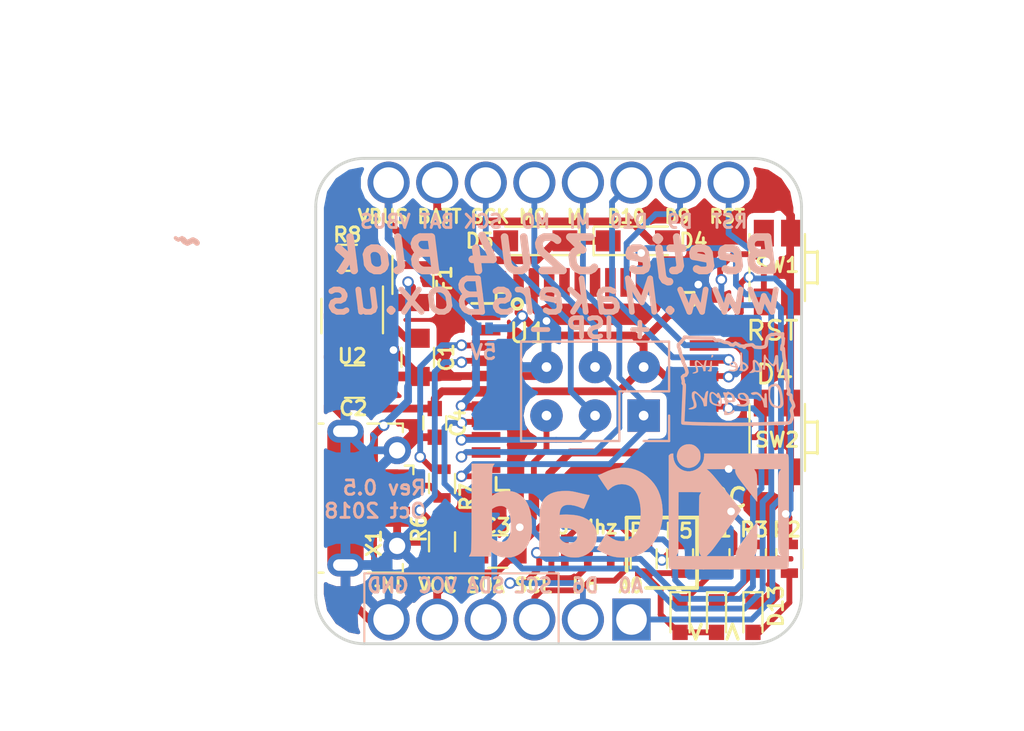
<source format=kicad_pcb>
(kicad_pcb (version 4) (host pcbnew 4.0.7)
  (title_block (title "Beetje 32U4 Blok") (date 2018-08-10) (rev 0.0) (company www.MakersBox.us) (comment 1 648.ken@gmail.com))
  (layers (0 F.Cu signal) (31 B.Cu signal) (34 B.Paste user) (35 F.Paste user) (36 B.SilkS user) (37 F.SilkS user) (38 B.Mask user) (39 F.Mask user) (44 Edge.Cuts user))
  (net 0 "")
  (net 1 GND)
  (net 2 /AREF)
  (net 3 VBUS)
  (net 4 +BATT)
  (net 5 /D4)
  (net 6 /D6)
  (net 7 /D8)
  (net 8 /D13)
  (net 9 /D12)
  (net 10 /D11)
  (net 11 /D10)
  (net 12 /D9)
  (net 13 /D7)
  (net 14 /SCL)
  (net 15 /SDA)
  (net 16 /D1)
  (net 17 /D0)
  (net 18 /A0)
  (net 19 /A1)
  (net 20 /A2)
  (net 21 /A3)
  (net 22 /A4)
  (net 23 /A5)
  (net 24 /SCK)
  (net 25 /MOSI)
  (net 26 /MISO)
  (net 27 "Net-(U1-Pad2)")
  (net 28 "Net-(U1-Pad16)")
  (net 29 "Net-(U1-Pad17)")
  (net 30 /D5)
  (net 31 "Net-(U2-Pad4)")
  (net 32 /RXLED)
  (net 33 /TXLED)
  (net 34 /VHI)
  (net 35 /~RESET)
  (net 36 /D+)
  (net 37 /D-)
  (net 38 VCC)
  (net 39 "Net-(F1-Pad2)")
  (net 40 "Net-(D1-Pad1)")
  (net 41 "Net-(D2-Pad1)")
  (net 42 "Net-(D3-Pad2)")
  (net 43 "Net-(R6-Pad2)")
  (net 44 "Net-(R7-Pad2)")
  (net 45 "Net-(R8-Pad1)")
  (net 46 "Net-(X1-Pad4)")
  (module beetje_footprints:D_SOD-123F (layer F.Cu) (at 159.004 90.678)
    (fp_text reference D4 (at 2.9845 0) (layer F.SilkS) (effects (font (size 0.75 0.75))))
    (fp_text value MBR120)
    (pad 1 smd rect (at -1.4732 0) (size 1.3 1.1) (layers F.Cu F.Paste F.Mask) (net 34 /VHI))
    (pad 2 smd rect (at 1.6256 0) (size 1.3 1.1) (layers F.Cu F.Paste F.Mask) (net 4 +BATT))
  )
  (module myFootPrints:MadeInOregonRev25 (layer F.Cu) (at 164.211 97.917)
    (fp_text reference VAL hide)
    (fp_text value MadeInOregonRev25 hide)
  )
  (module footprints:KiCad-Logo2_8mm_SilkScreen (layer B.Cu) (at 158.623 105.283 180)
    (fp_text reference REF*** hide)
    (fp_text value KiCad-Logo2_8mm_SilkScreen hide)
  )
  (module beetje_footprints:C_0805 (layer F.Cu) (at 147.574 96.774 270)
    (fp_text reference C1 (at 0 -1.5 270) (layer F.SilkS) (effects (font (size 0.75 0.75))))
    (fp_text value 10uF)
    (pad 1 smd rect (at -1 0 270) (size 1 1.25) (layers F.Cu F.Paste F.Mask) (net 34 /VHI))
    (pad 2 smd rect (at 1 0 270) (size 1 1.25) (layers F.Cu F.Paste F.Mask) (net 1 GND))
  )
  (module beetje_footprints:C_0805 (layer F.Cu) (at 144.272 98.044 180)
    (fp_text reference C2 (at 0.0635 -1.397 180) (layer F.SilkS) (effects (font (size 0.75 0.75))))
    (fp_text value 10uF)
    (pad 1 smd rect (at -1 0 180) (size 1 1.25) (layers F.Cu F.Paste F.Mask) (net 38 VCC))
    (pad 2 smd rect (at 1 0 180) (size 1 1.25) (layers F.Cu F.Paste F.Mask) (net 1 GND))
  )
  (module beetje_footprints:C_0805 (layer F.Cu) (at 151.765 106.934 180)
    (fp_text reference C3 (at 0.0635 1.3335 180) (layer F.SilkS) (effects (font (size 0.75 0.75))))
    (fp_text value 10uF)
    (pad 1 smd rect (at -1 0 180) (size 1 1.25) (layers F.Cu F.Paste F.Mask) (net 38 VCC))
    (pad 2 smd rect (at 1 0 180) (size 1 1.25) (layers F.Cu F.Paste F.Mask) (net 1 GND))
  )
  (module beetje_footprints:C_0603 (layer F.Cu) (at 148.463 100.203 270)
    (fp_text reference C4 (at 0 -1.2065 270) (layer F.SilkS) (effects (font (size 0.75 0.75))))
    (fp_text value 1uF)
    (pad 2 smd rect (at 0.75 0 270) (size 0.8 0.75) (layers F.Cu F.Paste F.Mask) (net 1 GND))
    (pad 1 smd rect (at -0.75 0 270) (size 0.8 0.75) (layers F.Cu F.Paste F.Mask) (net 38 VCC))
  )
  (module beetje_footprints:Pin_Header_Straight_2x03_Pitch2.54mm (layer B.Cu) (at 159.385 99.822 90)
    (fp_text reference CON1 hide)
    (fp_text value AVR-ISP-6)
    (pad 1 thru_hole rect (at 0 0 90) (size 1.7 1.7) (drill 0.508) (layers *.Cu *.Mask) (net 26 /MISO))
    (pad 2 thru_hole oval (at 2.54 0 90) (size 1.7 1.7) (drill 0.508) (layers *.Cu *.Mask) (net 38 VCC))
    (pad 3 thru_hole oval (at 0 -2.54 90) (size 1.7 1.7) (drill 0.508) (layers *.Cu *.Mask) (net 24 /SCK))
    (pad 4 thru_hole oval (at 2.54 -2.54 90) (size 1.7 1.7) (drill 0.508) (layers *.Cu *.Mask) (net 25 /MOSI))
    (pad 5 thru_hole oval (at 0 -5.08 90) (size 1.7 1.7) (drill 0.508) (layers *.Cu *.Mask) (net 35 /~RESET))
    (pad 6 thru_hole oval (at 2.54 -5.08 90) (size 1.7 1.7) (drill 0.508) (layers *.Cu *.Mask) (net 1 GND))
  )
  (module beetje_footprints:LED_0603 (layer F.Cu) (at 161.29 110.363 270)
    (fp_text reference D1 hide)
    (fp_text value TX)
    (pad 2 smd rect (at 0.8 0 90) (size 0.8 0.8) (layers F.Cu F.Paste F.Mask) (net 38 VCC))
    (pad 1 smd rect (at -0.8 0 90) (size 0.8 0.8) (layers F.Cu F.Paste F.Mask) (net 40 "Net-(D1-Pad1)"))
  )
  (module beetje_footprints:LED_0603 (layer F.Cu) (at 163.195 110.363 270)
    (fp_text reference D2 hide)
    (fp_text value RX)
    (pad 2 smd rect (at 0.8 0 90) (size 0.8 0.8) (layers F.Cu F.Paste F.Mask) (net 38 VCC))
    (pad 1 smd rect (at -0.8 0 90) (size 0.8 0.8) (layers F.Cu F.Paste F.Mask) (net 41 "Net-(D2-Pad1)"))
  )
  (module beetje_footprints:LED_0603 (layer F.Cu) (at 165.1 110.363 270)
    (fp_text reference D3 hide)
    (fp_text value D13 (at -0.5715 -1.2065 270) (layer F.SilkS) (effects (font (size 0.75 0.75))))
    (pad 2 smd rect (at 0.8 0 90) (size 0.8 0.8) (layers F.Cu F.Paste F.Mask) (net 42 "Net-(D3-Pad2)"))
    (pad 1 smd rect (at -0.8 0 90) (size 0.8 0.8) (layers F.Cu F.Paste F.Mask) (net 1 GND))
  )
  (module beetje_footprints:R_1206 (layer F.Cu) (at 147.32 92.456 270)
    (fp_text reference F1 (at 0.1905 -1.651 270) (layer F.SilkS) (effects (font (size 0.75 0.75))))
    (fp_text value Polyfuse)
    (pad 1 smd rect (at -1.45 0 270) (size 0.9 1.7) (layers F.Cu F.Paste F.Mask) (net 3 VBUS))
    (pad 2 smd rect (at 1.45 0 270) (size 0.9 1.7) (layers F.Cu F.Paste F.Mask) (net 39 "Net-(F1-Pad2)"))
  )
  (module beetje_footprints:Beetje_Bottom (layer F.Cu) (at 158.75 110.49 270)
    (fp_text reference J2 hide)
    (fp_text value "Beetje Bottom")
    (fp_text user "A0  D6  SCL SDA VCC GND" (at -1.778 6.604 360) (layer B.SilkS) (effects (font (size 0.75 0.7)) (justify mirror)))
    (fp_text user "GND VCC SDA SCL  D6  A0" (at -1.778 6.604 360) (layer F.SilkS) (effects (font (size 0.75 0.7))))
    (pad 1 thru_hole rect (at 0 0 270) (size 2.2 2) (drill 1.6) (layers *.Cu *.Mask) (net 18 /A0))
    (pad 2 thru_hole circle (at 0 2.54 270) (size 2.2 2.2) (drill 1.6) (layers *.Cu *.Mask) (net 6 /D6))
    (pad 3 thru_hole circle (at 0 5.08 270) (size 2.2 2.2) (drill 1.6) (layers *.Cu *.Mask) (net 14 /SCL))
    (pad 4 thru_hole circle (at 0 7.62 270) (size 2.2 2.2) (drill 1.6) (layers *.Cu *.Mask) (net 15 /SDA))
    (pad 5 thru_hole circle (at 0 10.16 270) (size 2.2 2.2) (drill 1.6) (layers *.Cu *.Mask) (net 38 VCC))
    (pad 6 thru_hole circle (at 0 12.7 270) (size 2.2 2.2) (drill 1.6) (layers *.Cu *.Mask) (net 1 GND))
  )
  (module beetje_footprints:Beetje_Top (layer F.Cu) (at 163.83 87.63 270)
    (fp_text reference J4 hide)
    (fp_text value "Beetje Top")
    (fp_text user "RST  D9  D10  MI  MO  SCK BAT VBUS" (at 2.032 9.144 360) (layer B.SilkS) (effects (font (size 0.7 0.675)) (justify mirror)))
    (fp_text user "VBUS BATT SCK MO  MI  D10  D9  RST" (at 1.778 9.271 360) (layer F.SilkS) (effects (font (size 0.7 0.675))))
    (pad 1 thru_hole circle (at 0 0 270) (size 2.2 2.2) (drill 1.6) (layers *.Cu *.Mask) (net 35 /~RESET))
    (pad 2 thru_hole circle (at 0 2.54 270) (size 2.2 2.2) (drill 1.6) (layers *.Cu *.Mask) (net 12 /D9))
    (pad 3 thru_hole circle (at 0 5.08 270) (size 2.2 2.2) (drill 1.6) (layers *.Cu *.Mask) (net 11 /D10))
    (pad 4 thru_hole circle (at 0 7.62 270) (size 2.2 2.2) (drill 1.6) (layers *.Cu *.Mask) (net 26 /MISO))
    (pad 5 thru_hole circle (at 0 10.16 270) (size 2.2 2.2) (drill 1.6) (layers *.Cu *.Mask) (net 25 /MOSI))
    (pad 6 thru_hole circle (at 0 12.7 270) (size 2.2 2.2) (drill 1.6) (layers *.Cu *.Mask) (net 24 /SCK))
    (pad 7 thru_hole circle (at 0 15.24 270) (size 2.2 2.2) (drill 1.6) (layers *.Cu *.Mask) (net 4 +BATT))
    (pad 8 thru_hole circle (at 0 17.78 270) (size 2.2 2.2) (drill 1.6) (layers *.Cu *.Mask) (net 3 VBUS))
  )
  (module beetje_footprints:Jumper (layer B.Cu) (at 151.003 95.25 180)
    (fp_text reference JMP1 hide)
    (fp_text value 5V (at 0 -1.25 180) (layer B.SilkS) (effects (font (size 0.75 0.75)) (justify mirror)))
    (pad 1 smd rect (at -0.3 0 180) (size 0.4 0.6) (layers B.Cu B.Paste B.Mask) (net 38 VCC))
    (pad 2 smd rect (at 0.3 0 180) (size 0.4 0.6) (layers B.Cu B.Paste B.Mask) (net 3 VBUS))
  )
  (module beetje_footprints:R_0603 (layer F.Cu) (at 163.195 107.315 270)
    (fp_text reference R1 (at -1.524 -0.0635 360) (layer F.SilkS) (effects (font (size 0.75 0.75))))
    (fp_text value 1K)
    (pad 1 smd rect (at -0.75 0 270) (size 0.5 0.9) (layers F.Cu F.Paste F.Mask) (net 33 /TXLED))
    (pad 2 smd rect (at 0.75 0 270) (size 0.5 0.9) (layers F.Cu F.Paste F.Mask) (net 40 "Net-(D1-Pad1)"))
  )
  (module beetje_footprints:R_0603 (layer F.Cu) (at 165.1 107.315 270)
    (fp_text reference R2 (at -1.524 -1.778 360) (layer F.SilkS) (effects (font (size 0.75 0.75))))
    (fp_text value 1K)
    (pad 1 smd rect (at -0.75 0 270) (size 0.5 0.9) (layers F.Cu F.Paste F.Mask) (net 32 /RXLED))
    (pad 2 smd rect (at 0.75 0 270) (size 0.5 0.9) (layers F.Cu F.Paste F.Mask) (net 41 "Net-(D2-Pad1)"))
  )
  (module beetje_footprints:R_0603 (layer F.Cu) (at 167.005 107.315 90)
    (fp_text reference R3 (at 1.524 -1.8415 180) (layer F.SilkS) (effects (font (size 0.75 0.75))))
    (fp_text value 1K)
    (pad 1 smd rect (at -0.75 0 90) (size 0.5 0.9) (layers F.Cu F.Paste F.Mask) (net 42 "Net-(D3-Pad2)"))
    (pad 2 smd rect (at 0.75 0 90) (size 0.5 0.9) (layers F.Cu F.Paste F.Mask) (net 8 /D13))
  )
  (module beetje_footprints:R_0603 (layer F.Cu) (at 159.385 107.315 270)
    (fp_text reference R4 (at -1.4605 0 360) (layer F.SilkS) (effects (font (size 0.75 0.75))))
    (fp_text value 4K7)
    (pad 1 smd rect (at -0.75 0 270) (size 0.5 0.9) (layers F.Cu F.Paste F.Mask) (net 14 /SCL))
    (pad 2 smd rect (at 0.75 0 270) (size 0.5 0.9) (layers F.Cu F.Paste F.Mask) (net 38 VCC))
  )
  (module beetje_footprints:R_0603 (layer F.Cu) (at 161.29 107.315 270)
    (fp_text reference R5 (at -1.4605 0.0635 360) (layer F.SilkS) (effects (font (size 0.75 0.75))))
    (fp_text value 4K7)
    (pad 1 smd rect (at -0.75 0 270) (size 0.5 0.9) (layers F.Cu F.Paste F.Mask) (net 15 /SDA))
    (pad 2 smd rect (at 0.75 0 270) (size 0.5 0.9) (layers F.Cu F.Paste F.Mask) (net 38 VCC))
  )
  (module beetje_footprints:R_0603 (layer F.Cu) (at 148.844 106.426 270)
    (fp_text reference R6 (at -0.6985 1.2065 270) (layer F.SilkS) (effects (font (size 0.75 0.75))))
    (fp_text value 22)
    (pad 1 smd rect (at -0.75 0 270) (size 0.5 0.9) (layers F.Cu F.Paste F.Mask) (net 36 /D+))
    (pad 2 smd rect (at 0.75 0 270) (size 0.5 0.9) (layers F.Cu F.Paste F.Mask) (net 43 "Net-(R6-Pad2)"))
  )
  (module beetje_footprints:R_0603 (layer F.Cu) (at 148.844 103.378 270)
    (fp_text reference R7 (at 0.6985 -1.3335 270) (layer F.SilkS) (effects (font (size 0.75 0.75))))
    (fp_text value 22)
    (pad 1 smd rect (at -0.75 0 270) (size 0.5 0.9) (layers F.Cu F.Paste F.Mask) (net 37 /D-))
    (pad 2 smd rect (at 0.75 0 270) (size 0.5 0.9) (layers F.Cu F.Paste F.Mask) (net 44 "Net-(R7-Pad2)"))
  )
  (module beetje_footprints:R_0603 (layer F.Cu) (at 143.891 91.567)
    (fp_text reference R8 (at 0 -1.2065) (layer F.SilkS) (effects (font (size 0.75 0.75))))
    (fp_text value 100K)
    (pad 1 smd rect (at -0.75 0) (size 0.5 0.9) (layers F.Cu F.Paste F.Mask) (net 45 "Net-(R8-Pad1)"))
    (pad 2 smd rect (at 0.75 0) (size 0.5 0.9) (layers F.Cu F.Paste F.Mask) (net 34 /VHI))
  )
  (module beetje_footprints:EVQ-P7A (layer F.Cu) (at 166.37 92.075 90)
    (fp_text reference SW1 (at 0.127 0 180) (layer F.SilkS) (effects (font (size 0.75 0.75))))
    (fp_text value RST (at -3.302 -0.254 360) (layer F.SilkS))
    (pad 2 smd rect (at 1.8 0.725 90) (size 1.4 1.05) (layers F.Cu F.Paste F.Mask) (net 1 GND))
    (pad 2 smd rect (at -1.8 0.725 90) (size 1.4 1.05) (layers F.Cu F.Paste F.Mask) (net 1 GND))
    (pad 1 smd rect (at 1.8 -0.7 90) (size 1.4 1.05) (layers F.Cu F.Paste F.Mask) (net 35 /~RESET))
    (pad 1 smd rect (at -1.8 -0.7 90) (size 1.4 1.05) (layers F.Cu F.Paste F.Mask) (net 35 /~RESET))
  )
  (module beetje_footprints:EVQ-P7A (layer F.Cu) (at 166.37 100.965 90)
    (fp_text reference SW2 (at -0.127 0 180) (layer F.SilkS) (effects (font (size 0.75 0.75))))
    (fp_text value D4 (at 3.302 -0.127 360) (layer F.SilkS))
    (pad 2 smd rect (at 1.8 0.725 90) (size 1.4 1.05) (layers F.Cu F.Paste F.Mask) (net 1 GND))
    (pad 2 smd rect (at -1.8 0.725 90) (size 1.4 1.05) (layers F.Cu F.Paste F.Mask) (net 1 GND))
    (pad 1 smd rect (at 1.8 -0.7 90) (size 1.4 1.05) (layers F.Cu F.Paste F.Mask) (net 5 /D4))
    (pad 1 smd rect (at -1.8 -0.7 90) (size 1.4 1.05) (layers F.Cu F.Paste F.Mask) (net 5 /D4))
  )
  (module beetje_footprints:TQFP-44_10x10mm_Pitch0.8mm (layer F.Cu) (at 156.845 98.552)
    (fp_text reference U1 (at -3.4925 -3.048) (layer F.SilkS))
    (fp_text value ATMEGA32U4-AU)
    (pad 1 smd rect (at -5.7 -4) (size 1.5 0.55) (layers F.Cu F.Paste F.Mask) (net 13 /D7))
    (pad 2 smd rect (at -5.7 -3.2) (size 1.5 0.55) (layers F.Cu F.Paste F.Mask) (net 27 "Net-(U1-Pad2)"))
    (pad 3 smd rect (at -5.7 -2.4) (size 1.5 0.55) (layers F.Cu F.Paste F.Mask) (net 37 /D-))
    (pad 4 smd rect (at -5.7 -1.6) (size 1.5 0.55) (layers F.Cu F.Paste F.Mask) (net 36 /D+))
    (pad 5 smd rect (at -5.7 -0.8) (size 1.5 0.55) (layers F.Cu F.Paste F.Mask) (net 1 GND))
    (pad 6 smd rect (at -5.7 0) (size 1.5 0.55) (layers F.Cu F.Paste F.Mask) (net 38 VCC))
    (pad 7 smd rect (at -5.7 0.8) (size 1.5 0.55) (layers F.Cu F.Paste F.Mask) (net 3 VBUS))
    (pad 8 smd rect (at -5.7 1.6) (size 1.5 0.55) (layers F.Cu F.Paste F.Mask) (net 32 /RXLED))
    (pad 9 smd rect (at -5.7 2.4) (size 1.5 0.55) (layers F.Cu F.Paste F.Mask) (net 24 /SCK))
    (pad 10 smd rect (at -5.7 3.2) (size 1.5 0.55) (layers F.Cu F.Paste F.Mask) (net 25 /MOSI))
    (pad 11 smd rect (at -5.7 4) (size 1.5 0.55) (layers F.Cu F.Paste F.Mask) (net 26 /MISO))
    (pad 12 smd rect (at -4 5.7 90) (size 1.5 0.55) (layers F.Cu F.Paste F.Mask) (net 10 /D11))
    (pad 13 smd rect (at -3.2 5.7 90) (size 1.5 0.55) (layers F.Cu F.Paste F.Mask) (net 35 /~RESET))
    (pad 14 smd rect (at -2.4 5.7 90) (size 1.5 0.55) (layers F.Cu F.Paste F.Mask) (net 38 VCC))
    (pad 15 smd rect (at -1.6 5.7 90) (size 1.5 0.55) (layers F.Cu F.Paste F.Mask) (net 1 GND))
    (pad 16 smd rect (at -0.8 5.7 90) (size 1.5 0.55) (layers F.Cu F.Paste F.Mask) (net 28 "Net-(U1-Pad16)"))
    (pad 17 smd rect (at 0 5.7 90) (size 1.5 0.55) (layers F.Cu F.Paste F.Mask) (net 29 "Net-(U1-Pad17)"))
    (pad 18 smd rect (at 0.8 5.7 90) (size 1.5 0.55) (layers F.Cu F.Paste F.Mask) (net 14 /SCL))
    (pad 19 smd rect (at 1.6 5.7 90) (size 1.5 0.55) (layers F.Cu F.Paste F.Mask) (net 15 /SDA))
    (pad 20 smd rect (at 2.4 5.7 90) (size 1.5 0.55) (layers F.Cu F.Paste F.Mask) (net 17 /D0))
    (pad 21 smd rect (at 3.2 5.7 90) (size 1.5 0.55) (layers F.Cu F.Paste F.Mask) (net 16 /D1))
    (pad 22 smd rect (at 4 5.7 90) (size 1.5 0.55) (layers F.Cu F.Paste F.Mask) (net 33 /TXLED))
    (pad 23 smd rect (at 5.7 4) (size 1.5 0.55) (layers F.Cu F.Paste F.Mask) (net 1 GND))
    (pad 24 smd rect (at 5.7 3.2) (size 1.5 0.55) (layers F.Cu F.Paste F.Mask) (net 38 VCC))
    (pad 25 smd rect (at 5.7 2.4) (size 1.5 0.55) (layers F.Cu F.Paste F.Mask) (net 5 /D4))
    (pad 26 smd rect (at 5.7 1.6) (size 1.5 0.55) (layers F.Cu F.Paste F.Mask) (net 9 /D12))
    (pad 27 smd rect (at 5.7 0.8) (size 1.5 0.55) (layers F.Cu F.Paste F.Mask) (net 6 /D6))
    (pad 28 smd rect (at 5.7 0) (size 1.5 0.55) (layers F.Cu F.Paste F.Mask) (net 7 /D8))
    (pad 29 smd rect (at 5.7 -0.8) (size 1.5 0.55) (layers F.Cu F.Paste F.Mask) (net 12 /D9))
    (pad 30 smd rect (at 5.7 -1.6) (size 1.5 0.55) (layers F.Cu F.Paste F.Mask) (net 11 /D10))
    (pad 31 smd rect (at 5.7 -2.4) (size 1.5 0.55) (layers F.Cu F.Paste F.Mask) (net 30 /D5))
    (pad 32 smd rect (at 5.7 -3.2) (size 1.5 0.55) (layers F.Cu F.Paste F.Mask) (net 8 /D13))
    (pad 33 smd rect (at 5.7 -4) (size 1.5 0.55) (layers F.Cu F.Paste F.Mask) (net 38 VCC))
    (pad 34 smd rect (at 4 -5.7 90) (size 1.5 0.55) (layers F.Cu F.Paste F.Mask) (net 38 VCC))
    (pad 35 smd rect (at 3.2 -5.7 90) (size 1.5 0.55) (layers F.Cu F.Paste F.Mask) (net 1 GND))
    (pad 36 smd rect (at 2.4 -5.7 90) (size 1.5 0.55) (layers F.Cu F.Paste F.Mask) (net 18 /A0))
    (pad 37 smd rect (at 1.6 -5.7 90) (size 1.5 0.55) (layers F.Cu F.Paste F.Mask) (net 19 /A1))
    (pad 38 smd rect (at 0.8 -5.7 90) (size 1.5 0.55) (layers F.Cu F.Paste F.Mask) (net 20 /A2))
    (pad 39 smd rect (at 0 -5.7 90) (size 1.5 0.55) (layers F.Cu F.Paste F.Mask) (net 21 /A3))
    (pad 40 smd rect (at -0.8 -5.7 90) (size 1.5 0.55) (layers F.Cu F.Paste F.Mask) (net 22 /A4))
    (pad 41 smd rect (at -1.6 -5.7 90) (size 1.5 0.55) (layers F.Cu F.Paste F.Mask) (net 23 /A5))
    (pad 42 smd rect (at -2.4 -5.7 90) (size 1.5 0.55) (layers F.Cu F.Paste F.Mask) (net 2 /AREF))
    (pad 43 smd rect (at -3.2 -5.7 90) (size 1.5 0.55) (layers F.Cu F.Paste F.Mask) (net 1 GND))
    (pad 44 smd rect (at -4 -5.7 90) (size 1.5 0.55) (layers F.Cu F.Paste F.Mask) (net 38 VCC))
  )
  (module beetje_footprints:SOT-23-5 (layer F.Cu) (at 144.145 94.615 270)
    (fp_text reference U2 (at 2.0955 0 360) (layer F.SilkS) (effects (font (size 0.75 0.75))))
    (fp_text value MIC5225-3.3)
    (pad 1 smd rect (at -1.1 -0.95 270) (size 1.06 0.65) (layers F.Cu F.Paste F.Mask) (net 34 /VHI))
    (pad 2 smd rect (at -1.1 0 270) (size 1.06 0.65) (layers F.Cu F.Paste F.Mask) (net 1 GND))
    (pad 3 smd rect (at -1.1 0.95 270) (size 1.06 0.65) (layers F.Cu F.Paste F.Mask) (net 45 "Net-(R8-Pad1)"))
    (pad 4 smd rect (at 1.1 0.95 270) (size 1.06 0.65) (layers F.Cu F.Paste F.Mask) (net 31 "Net-(U2-Pad4)"))
    (pad 5 smd rect (at 1.1 -0.95 270) (size 1.06 0.65) (layers F.Cu F.Paste F.Mask) (net 38 VCC))
  )
  (module beetje_footprints:USB_Micro-B_Molex-105017-0001 (layer F.Cu) (at 144.145 104.14 270)
    (fp_text reference X1 (at 2.3495 -1.143 450) (layer F.SilkS) (effects (font (size 0.75 0.75))))
    (fp_text value USB_OTG)
    (pad 6 smd rect (at 1 0.35 270) (size 1.5 1.9) (layers F.Cu F.Paste F.Mask) (net 1 GND))
    (pad 6 thru_hole circle (at -2.5 -2.35 270) (size 1.45 1.45) (drill 0.85) (layers *.Cu *.Mask) (net 1 GND))
    (pad 2 smd rect (at -0.65 -2.35 270) (size 0.4 1.35) (layers F.Cu F.Paste F.Mask) (net 44 "Net-(R7-Pad2)"))
    (pad 1 smd rect (at -1.3 -2.35 270) (size 0.4 1.35) (layers F.Cu F.Paste F.Mask) (net 39 "Net-(F1-Pad2)"))
    (pad 5 smd rect (at 1.3 -2.35 270) (size 0.4 1.35) (layers F.Cu F.Paste F.Mask) (net 1 GND))
    (pad 4 smd rect (at 0.65 -2.35 270) (size 0.4 1.35) (layers F.Cu F.Paste F.Mask) (net 46 "Net-(X1-Pad4)"))
    (pad 3 smd rect (at 0 -2.35 270) (size 0.4 1.35) (layers F.Cu F.Paste F.Mask) (net 43 "Net-(R6-Pad2)"))
    (pad 6 thru_hole circle (at 2.5 -2.35 270) (size 1.45 1.45) (drill 0.85) (layers *.Cu *.Mask) (net 1 GND))
    (pad 6 smd rect (at -1 0.35 270) (size 1.5 1.9) (layers F.Cu F.Paste F.Mask) (net 1 GND))
    (pad 6 thru_hole oval (at -3.5 0.35 90) (size 1.2 1.9) (drill oval 0.6 1.3) (layers *.Cu *.Mask) (net 1 GND))
    (pad 6 thru_hole oval (at 3.5 0.35 270) (size 1.2 1.9) (drill oval 0.6 1.3) (layers *.Cu *.Mask) (net 1 GND))
    (pad 6 smd rect (at 2.9 0.35 270) (size 1.2 1.9) (layers F.Cu F.Mask) (net 1 GND))
    (pad 6 smd rect (at -2.9 0.35 270) (size 1.2 1.9) (layers F.Cu F.Mask) (net 1 GND))
  )
  (module beetje_footprints:Resonator_SMD_CTSC_1.3mmx3.2mm (layer F.Cu) (at 156.464 106.934 180)
    (fp_text reference Y1 hide)
    (fp_text value "8 Mhz" (at 0.0635 1.27 180) (layer F.SilkS) (effects (font (size 0.7 0.7))))
    (pad 1 smd rect (at -1.2 0 180) (size 0.4 1.8) (layers F.Cu F.Paste F.Mask) (net 29 "Net-(U1-Pad17)"))
    (pad 2 smd rect (at 0 0 180) (size 0.4 1.8) (layers F.Cu F.Paste F.Mask) (net 1 GND))
    (pad 3 smd rect (at 1.2 0 180) (size 0.4 1.8) (layers F.Cu F.Paste F.Mask) (net 28 "Net-(U1-Pad16)"))
  )
  (module beetje_footprints:D_SOD-123F (layer F.Cu) (at 153.797 90.678 180)
    (fp_text reference D5 (at 2.9845 0 180) (layer F.SilkS) (effects (font (size 0.75 0.75))))
    (fp_text value MBR120)
    (pad 1 smd rect (at -1.4732 0 180) (size 1.3 1.1) (layers F.Cu F.Paste F.Mask) (net 34 /VHI))
    (pad 2 smd rect (at 1.6256 0 180) (size 1.3 1.1) (layers F.Cu F.Paste F.Mask) (net 3 VBUS))
  )
  (gr_line (start 163.068 105.156) (end 163.322 104.902) (angle 90) (layer F.SilkS) (width 0.2))
  (gr_line (start 162.433 105.156) (end 163.068 105.156) (angle 90) (layer F.SilkS) (width 0.2))
  (gr_text I2C (at 163.576 104.14) (layer F.SilkS) (effects (font (size 1 1) (thickness 0.175))))
  (gr_line (start 162.179 108.839) (end 159.512 108.839) (angle 90) (layer F.SilkS) (width 0.2))
  (gr_line (start 162.179 105.156) (end 162.179 108.839) (angle 90) (layer F.SilkS) (width 0.2))
  (gr_line (start 162.306 105.156) (end 162.179 105.156) (angle 90) (layer F.SilkS) (width 0.2))
  (gr_line (start 162.179 105.156) (end 162.306 105.156) (angle 90) (layer F.SilkS) (width 0.2))
  (gr_line (start 158.496 105.156) (end 162.179 105.156) (angle 90) (layer F.SilkS) (width 0.2))
  (gr_line (start 158.496 107.95) (end 158.496 105.156) (angle 90) (layer F.SilkS) (width 0.2))
  (gr_text > (at 163.957 111.125 90) (layer F.SilkS) (effects (font (size 1 1) (thickness 0.175))))
  (gr_text > (at 162.179 111.125 270) (layer F.SilkS) (effects (font (size 1 1) (thickness 0.175))))
  (gr_text "Rev 0.5\nOct 2018" (at 148.082 104.2035) (layer B.SilkS) (effects (font (size 0.75 0.75)) (justify left mirror)))
  (gr_line (start 142.24 109.22) (end 142.24 88.9) (angle 90) (layer Edge.Cuts) (width 0.15))
  (gr_line (start 165.1 111.76) (end 144.78 111.76) (angle 90) (layer Edge.Cuts) (width 0.15))
  (gr_line (start 167.64 88.9) (end 167.64 109.22) (angle 90) (layer Edge.Cuts) (width 0.15))
  (gr_line (start 144.78 86.36) (end 165.1 86.36) (angle 90) (layer Edge.Cuts) (width 0.15))
  (gr_arc (start 144.78 88.9) (end 142.24 88.9) (angle 90) (layer Edge.Cuts) (width 0.15))
  (gr_arc (start 144.78 109.22) (end 144.78 111.76) (angle 90) (layer Edge.Cuts) (width 0.15))
  (gr_arc (start 165.1 109.22) (end 167.64 109.22) (angle 90) (layer Edge.Cuts) (width 0.15))
  (gr_arc (start 165.1 88.9) (end 165.1 86.36) (angle 90) (layer Edge.Cuts) (width 0.15))
  (gr_text "+ ISP -" (at 156.591 95.25) (layer B.SilkS) (effects (font (size 1 1) (thickness 0.25)) (justify mirror)))
  (gr_circle (center 152.781 93.98) (end 152.781 93.726) (layer F.SilkS) (width 0.2))
  (gr_text www.MakersBox.us (at 166.878 93.599) (layer B.SilkS) (effects (font (size 1.75 1.75) (thickness 0.3) italic) (justify left mirror)))
  (gr_text "Beetje 32U4 Blok\n" (at 166.751 91.44) (layer B.SilkS) (effects (font (size 1.75 1.75) (thickness 0.4) italic) (justify left mirror)))
  (gr_text ~ (at 135.636 90.678) (layer B.SilkS) (effects (font (size 1.5 1.5) (thickness 0.3)) (justify mirror)))
  (gr_text ~ (at 135.128 90.551) (layer B.SilkS) (effects (font (size 1 1) (thickness 0.2)) (justify mirror)))
  (segment (start 162.2425 92.964) (end 162.2425 92.1385) (width 0.4064) (layer F.Cu) (net 1))
  (segment (start 162.2425 94.1705) (end 162.814 94.742) (width 0.4064) (layer B.Cu) (net 1))
  (segment (start 163.068 98.679) (end 164.084 98.679) (width 0.4064) (layer B.Cu) (net 1))
  (segment (start 162.56 101.981) (end 163.195 102.616) (width 0.4064) (layer B.Cu) (net 1))
  (segment (start 163.195 102.616) (end 163.83 102.616) (width 0.4064) (layer B.Cu) (net 1))
  (segment (start 162.75 102.552) (end 163.83 102.616) (width 0.4064) (layer F.Cu) (net 1))
  (via (at 162.2425 92.964) (size 0.6) (drill 0.4) (layers F.Cu B.Cu) (net 1))
  (segment (start 162.56 99.187) (end 163.068 98.679) (width 0.4064) (layer B.Cu) (net 1))
  (via (at 163.83 102.616) (size 0.6) (drill 0.4) (layers F.Cu B.Cu) (net 1))
  (segment (start 162.56 99.187) (end 162.56 101.981) (width 0.4064) (layer B.Cu) (net 1))
  (segment (start 163.576 95.504) (end 162.814 94.742) (width 0.4064) (layer B.Cu) (net 1))
  (segment (start 164.592 95.504) (end 163.576 95.504) (width 0.4064) (layer B.Cu) (net 1))
  (segment (start 165.354 96.266) (end 164.592 95.504) (width 0.4064) (layer B.Cu) (net 1))
  (segment (start 165.354 97.409) (end 165.354 96.266) (width 0.4064) (layer B.Cu) (net 1))
  (segment (start 164.084 98.679) (end 165.354 97.409) (width 0.4064) (layer B.Cu) (net 1))
  (segment (start 162.2425 92.964) (end 162.2425 94.1705) (width 0.4064) (layer B.Cu) (net 1))
  (segment (start 162.2425 92.1385) (end 161.798 91.694) (width 0.4064) (layer F.Cu) (net 1))
  (segment (start 165.989 109.093) (end 165.989 104.8385) (width 0.3048) (layer F.Cu) (net 1))
  (segment (start 165.519 109.563) (end 165.989 109.093) (width 0.3048) (layer F.Cu) (net 1))
  (segment (start 165.1 109.563) (end 165.519 109.563) (width 0.3048) (layer F.Cu) (net 1))
  (segment (start 167.095 103.7325) (end 167.095 102.765) (width 0.3048) (layer F.Cu) (net 1))
  (segment (start 165.989 104.8385) (end 167.095 103.7325) (width 0.3048) (layer F.Cu) (net 1))
  (segment (start 167.095 102.765) (end 167.095 103.161) (width 0.3048) (layer F.Cu) (net 1))
  (segment (start 162.545 102.552) (end 162.75 102.552) (width 0.4064) (layer F.Cu) (net 1))
  (segment (start 147.574 97.774) (end 147.574 97.663) (width 0.4064) (layer F.Cu) (net 1))
  (segment (start 147.574 97.663) (end 146.304 96.393) (width 0.4064) (layer F.Cu) (net 1))
  (segment (start 143.795 98.902) (end 143.795 100.64) (width 0.4064) (layer B.Cu) (net 1))
  (segment (start 146.304 96.393) (end 143.795 98.902) (width 0.4064) (layer B.Cu) (net 1))
  (via (at 146.304 96.393) (size 0.6) (drill 0.4) (layers F.Cu B.Cu) (net 1))
  (via (at 154.305 94.869) (size 0.6) (drill 0.4) (layers F.Cu B.Cu) (net 1))
  (segment (start 154.305 94.869) (end 154.305 97.282) (width 0.4064) (layer B.Cu) (net 1))
  (segment (start 155.245 104.252) (end 155.245 103.327) (width 0.4064) (layer F.Cu) (net 1))
  (segment (start 156.02 102.552) (end 162.545 102.552) (width 0.4064) (layer F.Cu) (net 1))
  (segment (start 155.245 103.327) (end 156.02 102.552) (width 0.4064) (layer F.Cu) (net 1))
  (segment (start 160.045 92.852) (end 160.045 91.923) (width 0.4064) (layer F.Cu) (net 1))
  (segment (start 160.274 91.694) (end 161.798 91.694) (width 0.4064) (layer F.Cu) (net 1))
  (segment (start 160.045 91.923) (end 160.274 91.694) (width 0.4064) (layer F.Cu) (net 1))
  (segment (start 161.798 91.694) (end 162.052 91.694) (width 0.4064) (layer F.Cu) (net 1))
  (segment (start 166.624 88.9) (end 167.095 89.371) (width 0.4064) (layer F.Cu) (net 1))
  (segment (start 164.846 88.9) (end 166.624 88.9) (width 0.4064) (layer F.Cu) (net 1))
  (segment (start 162.052 91.694) (end 164.846 88.9) (width 0.4064) (layer F.Cu) (net 1))
  (segment (start 167.095 89.371) (end 167.095 90.275) (width 0.4064) (layer F.Cu) (net 1))
  (segment (start 167.095 93.875) (end 167.095 90.275) (width 0.3048) (layer F.Cu) (net 1))
  (segment (start 167.095 99.165) (end 167.095 93.875) (width 0.3048) (layer F.Cu) (net 1))
  (segment (start 167.095 102.765) (end 167.095 99.165) (width 0.3048) (layer F.Cu) (net 1))
  (segment (start 156.464 106.934) (end 156.464 107.696) (width 0.3048) (layer F.Cu) (net 1))
  (segment (start 156.464 107.696) (end 155.829 108.331) (width 0.3048) (layer F.Cu) (net 1))
  (segment (start 155.829 108.331) (end 154.813 108.331) (width 0.3048) (layer F.Cu) (net 1))
  (segment (start 154.813 108.331) (end 154.559 108.077) (width 0.3048) (layer F.Cu) (net 1))
  (segment (start 154.559 108.077) (end 154.559 105.791) (width 0.3048) (layer F.Cu) (net 1))
  (segment (start 154.559 105.791) (end 155.245 105.105) (width 0.3048) (layer F.Cu) (net 1))
  (segment (start 155.245 105.105) (end 155.245 104.252) (width 0.3048) (layer F.Cu) (net 1))
  (segment (start 146.05 110.49) (end 146.05 107.085) (width 0.4064) (layer B.Cu) (net 1))
  (segment (start 146.05 107.085) (end 146.495 106.64) (width 0.4064) (layer B.Cu) (net 1))
  (segment (start 150.765 106.934) (end 150.368 106.934) (width 0.4064) (layer F.Cu) (net 1))
  (segment (start 150.368 106.934) (end 149.86 106.426) (width 0.4064) (layer F.Cu) (net 1))
  (segment (start 149.86 106.426) (end 146.709 106.426) (width 0.4064) (layer F.Cu) (net 1))
  (segment (start 146.709 106.426) (end 146.495 106.64) (width 0.4064) (layer F.Cu) (net 1))
  (segment (start 143.795 107.64) (end 143.795 109.251) (width 0.4064) (layer F.Cu) (net 1))
  (segment (start 145.034 110.49) (end 146.05 110.49) (width 0.4064) (layer F.Cu) (net 1))
  (segment (start 143.795 109.251) (end 145.034 110.49) (width 0.4064) (layer F.Cu) (net 1))
  (segment (start 160.045 92.852) (end 160.045 94.209) (width 0.4064) (layer F.Cu) (net 1))
  (segment (start 153.645 94.209) (end 153.645 92.852) (width 0.4064) (layer F.Cu) (net 1))
  (segment (start 154.305 94.869) (end 153.645 94.209) (width 0.4064) (layer F.Cu) (net 1))
  (segment (start 159.385 94.869) (end 154.305 94.869) (width 0.4064) (layer F.Cu) (net 1))
  (segment (start 160.045 94.209) (end 159.385 94.869) (width 0.4064) (layer F.Cu) (net 1))
  (segment (start 151.145 97.752) (end 153.835 97.752) (width 0.4064) (layer F.Cu) (net 1))
  (segment (start 153.835 97.752) (end 154.305 97.282) (width 0.4064) (layer F.Cu) (net 1))
  (segment (start 146.495 101.64) (end 144.795 101.64) (width 0.4064) (layer B.Cu) (net 1))
  (segment (start 144.795 101.64) (end 143.795 100.64) (width 0.4064) (layer B.Cu) (net 1))
  (segment (start 151.145 97.752) (end 147.596 97.752) (width 0.4064) (layer F.Cu) (net 1))
  (segment (start 147.596 97.752) (end 147.574 97.774) (width 0.4064) (layer F.Cu) (net 1))
  (segment (start 146.495 101.64) (end 146.899 101.64) (width 0.4064) (layer F.Cu) (net 1))
  (segment (start 146.899 101.64) (end 147.586 100.953) (width 0.4064) (layer F.Cu) (net 1))
  (segment (start 147.586 100.953) (end 148.463 100.953) (width 0.4064) (layer F.Cu) (net 1))
  (segment (start 143.272 98.044) (end 143.272 97.774) (width 0.4064) (layer F.Cu) (net 1))
  (segment (start 143.272 97.774) (end 144.145 96.901) (width 0.4064) (layer F.Cu) (net 1))
  (segment (start 144.145 96.901) (end 144.145 93.515) (width 0.4064) (layer F.Cu) (net 1))
  (segment (start 143.795 100.64) (end 143.795 99.98) (width 0.4064) (layer F.Cu) (net 1))
  (segment (start 143.795 99.98) (end 143.272 99.457) (width 0.4064) (layer F.Cu) (net 1))
  (segment (start 143.272 99.457) (end 143.272 98.044) (width 0.4064) (layer F.Cu) (net 1))
  (segment (start 146.495 106.64) (end 146.495 105.44) (width 0.4064) (layer F.Cu) (net 1))
  (segment (start 143.795 103.14) (end 143.795 101.24) (width 0.4064) (layer F.Cu) (net 1))
  (segment (start 143.795 101.24) (end 143.795 100.64) (width 0.4064) (layer F.Cu) (net 1))
  (segment (start 143.795 105.14) (end 143.795 103.14) (width 0.4064) (layer F.Cu) (net 1))
  (segment (start 143.795 107.64) (end 143.795 105.14) (width 0.4064) (layer F.Cu) (net 1))
  (segment (start 143.795 107.64) (end 143.795 107.04) (width 0.4064) (layer F.Cu) (net 1))
  (segment (start 149.86 99.314) (end 150.622 98.425) (width 0.4064) (layer B.Cu) (net 3))
  (via (at 149.86 99.314) (size 0.6) (drill 0.4) (layers F.Cu B.Cu) (net 3))
  (segment (start 150.622 98.425) (end 150.622 95.25) (width 0.4064) (layer B.Cu) (net 3))
  (segment (start 151.145 99.352) (end 149.898 99.352) (width 0.4064) (layer F.Cu) (net 3))
  (segment (start 149.898 99.352) (end 149.86 99.314) (width 0.4064) (layer F.Cu) (net 3))
  (segment (start 150.622 95.25) (end 150.622 95.123) (width 0.4064) (layer B.Cu) (net 3))
  (segment (start 150.622 95.123) (end 146.05 90.551) (width 0.4064) (layer B.Cu) (net 3))
  (segment (start 146.05 90.551) (end 146.05 87.63) (width 0.4064) (layer B.Cu) (net 3))
  (segment (start 149.898 99.352) (end 149.86 99.314) (width 0.3048) (layer F.Cu) (net 3))
  (segment (start 147.32 91.006) (end 148.77 91.006) (width 0.4064) (layer F.Cu) (net 3))
  (segment (start 149.098 90.678) (end 152.397 90.678) (width 0.4064) (layer F.Cu) (net 3))
  (segment (start 148.77 91.006) (end 149.098 90.678) (width 0.4064) (layer F.Cu) (net 3))
  (segment (start 146.05 87.63) (end 146.05 89.736) (width 0.4064) (layer F.Cu) (net 3))
  (segment (start 146.05 89.736) (end 147.32 91.006) (width 0.4064) (layer F.Cu) (net 3))
  (segment (start 160.404 90.678) (end 159.766 90.678) (width 0.4064) (layer F.Cu) (net 4))
  (segment (start 148.59 89.027) (end 148.59 87.63) (width 0.4064) (layer F.Cu) (net 4))
  (segment (start 149.225 89.662) (end 148.59 89.027) (width 0.4064) (layer F.Cu) (net 4))
  (segment (start 158.75 89.662) (end 149.225 89.662) (width 0.4064) (layer F.Cu) (net 4))
  (segment (start 159.766 90.678) (end 158.75 89.662) (width 0.4064) (layer F.Cu) (net 4))
  (segment (start 165.67 102.765) (end 165.67 100.522) (width 0.3048) (layer F.Cu) (net 5))
  (segment (start 162.545 100.952) (end 165.24 100.952) (width 0.3048) (layer F.Cu) (net 5))
  (segment (start 165.67 100.522) (end 165.67 99.165) (width 0.3048) (layer F.Cu) (net 5))
  (segment (start 165.24 100.952) (end 165.67 100.522) (width 0.3048) (layer F.Cu) (net 5))
  (segment (start 163.83 99.441) (end 165.109594 99.441) (width 0.3048) (layer B.Cu) (net 6))
  (segment (start 162.545 99.352) (end 163.741 99.352) (width 0.3048) (layer F.Cu) (net 6))
  (via (at 163.83 99.441) (size 0.6) (drill 0.4) (layers F.Cu B.Cu) (net 6))
  (segment (start 163.741 99.352) (end 163.83 99.441) (width 0.3048) (layer F.Cu) (net 6))
  (segment (start 154.308198 107.318198) (end 153.797 106.9975) (width 0.3048) (layer B.Cu) (net 6))
  (segment (start 159.213096 107.318198) (end 154.308198 107.318198) (width 0.3048) (layer B.Cu) (net 6))
  (segment (start 161.305398 109.4105) (end 159.213096 107.318198) (width 0.3048) (layer B.Cu) (net 6))
  (segment (start 164.449602 109.4105) (end 161.305398 109.4105) (width 0.3048) (layer B.Cu) (net 6))
  (segment (start 165.1 108.760102) (end 164.449602 109.4105) (width 0.3048) (layer B.Cu) (net 6))
  (segment (start 165.1 104.0765) (end 165.1 108.760102) (width 0.3048) (layer B.Cu) (net 6))
  (segment (start 165.5445 103.632) (end 165.1 104.0765) (width 0.3048) (layer B.Cu) (net 6))
  (segment (start 165.5445 99.875906) (end 165.5445 103.632) (width 0.3048) (layer B.Cu) (net 6))
  (segment (start 165.109594 99.441) (end 165.5445 99.875906) (width 0.3048) (layer B.Cu) (net 6))
  (via (at 153.797 106.9975) (size 0.6) (drill 0.4) (layers F.Cu B.Cu) (net 6))
  (segment (start 153.797 106.9975) (end 153.924 107.1245) (width 0.3048) (layer F.Cu) (net 6))
  (segment (start 153.924 107.1245) (end 153.924 107.823) (width 0.3048) (layer F.Cu) (net 6))
  (segment (start 153.924 107.823) (end 153.162 108.585) (width 0.3048) (layer F.Cu) (net 6))
  (segment (start 153.162 108.585) (end 152.4 108.585) (width 0.3048) (layer F.Cu) (net 6))
  (via (at 152.4 108.585) (size 0.6) (drill 0.4) (layers F.Cu B.Cu) (net 6))
  (segment (start 152.4 108.585) (end 155.829 108.585) (width 0.3048) (layer B.Cu) (net 6))
  (segment (start 155.829 108.585) (end 156.21 108.966) (width 0.3048) (layer B.Cu) (net 6))
  (segment (start 156.21 110.49) (end 156.21 108.966) (width 0.3048) (layer B.Cu) (net 6))
  (segment (start 164.9095 92.583) (end 164.7825 92.583) (width 0.3048) (layer F.Cu) (net 8))
  (via (at 164.9095 92.583) (size 0.6) (drill 0.4) (layers F.Cu B.Cu) (net 8))
  (segment (start 164.9095 92.583) (end 164.9095 92.6465) (width 0.3048) (layer B.Cu) (net 8))
  (segment (start 164.9095 92.6465) (end 166.243 92.6465) (width 0.3048) (layer B.Cu) (net 8))
  (segment (start 166.243 92.6465) (end 167.0685 93.472) (width 0.3048) (layer B.Cu) (net 8))
  (segment (start 167.0685 93.472) (end 167.0685 104.7115) (width 0.3048) (layer B.Cu) (net 8))
  (segment (start 167.0685 104.7115) (end 166.8145 104.9655) (width 0.3048) (layer B.Cu) (net 8))
  (via (at 166.8145 104.9655) (size 0.6) (drill 0.4) (layers F.Cu B.Cu) (net 8))
  (segment (start 166.8145 104.9655) (end 167.005 105.156) (width 0.3048) (layer F.Cu) (net 8))
  (segment (start 167.005 106.565) (end 167.005 105.156) (width 0.3048) (layer F.Cu) (net 8))
  (segment (start 164.465 92.9005) (end 164.465 94.4245) (width 0.3048) (layer F.Cu) (net 8))
  (segment (start 164.7825 92.583) (end 164.465 92.9005) (width 0.3048) (layer F.Cu) (net 8))
  (segment (start 162.545 95.352) (end 163.5375 95.352) (width 0.3048) (layer F.Cu) (net 8))
  (segment (start 163.5375 95.352) (end 164.465 94.4245) (width 0.3048) (layer F.Cu) (net 8))
  (segment (start 162.545 96.952) (end 163.779 96.952) (width 0.3048) (layer F.Cu) (net 11))
  (segment (start 157.734 88.646) (end 158.75 87.63) (width 0.3048) (layer B.Cu) (net 11))
  (segment (start 157.734 93.599) (end 157.734 88.646) (width 0.3048) (layer B.Cu) (net 11))
  (segment (start 160.909 96.774) (end 157.734 93.599) (width 0.3048) (layer B.Cu) (net 11))
  (segment (start 163.703 96.774) (end 160.909 96.774) (width 0.3048) (layer B.Cu) (net 11))
  (segment (start 163.83 96.901) (end 163.703 96.774) (width 0.3048) (layer B.Cu) (net 11))
  (via (at 163.83 96.901) (size 0.6) (drill 0.4) (layers F.Cu B.Cu) (net 11))
  (segment (start 163.779 96.952) (end 163.83 96.901) (width 0.3048) (layer F.Cu) (net 11))
  (segment (start 162.545 97.752) (end 163.792 97.752) (width 0.3048) (layer F.Cu) (net 12))
  (segment (start 161.29 89.027) (end 161.29 87.63) (width 0.3048) (layer B.Cu) (net 12))
  (segment (start 161.036 89.281) (end 161.29 89.027) (width 0.3048) (layer B.Cu) (net 12))
  (segment (start 160.02 89.281) (end 161.036 89.281) (width 0.3048) (layer B.Cu) (net 12))
  (segment (start 158.496 90.805) (end 160.02 89.281) (width 0.3048) (layer B.Cu) (net 12))
  (segment (start 158.496 93.091) (end 158.496 90.805) (width 0.3048) (layer B.Cu) (net 12))
  (segment (start 161.544 96.139) (end 158.496 93.091) (width 0.3048) (layer B.Cu) (net 12))
  (segment (start 164.338 96.139) (end 161.544 96.139) (width 0.3048) (layer B.Cu) (net 12))
  (segment (start 164.719 96.52) (end 164.338 96.139) (width 0.3048) (layer B.Cu) (net 12))
  (segment (start 164.719 97.155) (end 164.719 96.52) (width 0.3048) (layer B.Cu) (net 12))
  (segment (start 164.211 97.663) (end 164.719 97.155) (width 0.3048) (layer B.Cu) (net 12))
  (segment (start 163.957 97.663) (end 164.211 97.663) (width 0.3048) (layer B.Cu) (net 12))
  (segment (start 163.83 97.79) (end 163.957 97.663) (width 0.3048) (layer B.Cu) (net 12))
  (via (at 163.83 97.79) (size 0.6) (drill 0.4) (layers F.Cu B.Cu) (net 12))
  (segment (start 163.792 97.752) (end 163.83 97.79) (width 0.3048) (layer F.Cu) (net 12))
  (segment (start 157.861 108.458) (end 156.591 108.458) (width 0.3048) (layer F.Cu) (net 14))
  (segment (start 159.385 106.565) (end 158.496 107.454) (width 0.3048) (layer F.Cu) (net 14))
  (segment (start 158.496 107.823) (end 158.496 107.454) (width 0.3048) (layer F.Cu) (net 14))
  (segment (start 157.861 108.458) (end 158.496 107.823) (width 0.3048) (layer F.Cu) (net 14))
  (segment (start 153.67 109.347) (end 153.67 110.49) (width 0.3048) (layer F.Cu) (net 14))
  (segment (start 154.051 108.966) (end 153.67 109.347) (width 0.3048) (layer F.Cu) (net 14))
  (segment (start 156.083 108.966) (end 154.051 108.966) (width 0.3048) (layer F.Cu) (net 14))
  (segment (start 156.591 108.458) (end 156.083 108.966) (width 0.3048) (layer F.Cu) (net 14))
  (segment (start 153.67 110.49) (end 153.67 110.363) (width 0.3048) (layer F.Cu) (net 14))
  (segment (start 157.645 104.252) (end 157.645 105.067) (width 0.3048) (layer F.Cu) (net 14))
  (segment (start 157.645 105.067) (end 159.143 106.565) (width 0.3048) (layer F.Cu) (net 14))
  (segment (start 159.143 106.565) (end 159.385 106.565) (width 0.3048) (layer F.Cu) (net 14))
  (segment (start 151.13 110.49) (end 151.13 109.474) (width 0.3048) (layer B.Cu) (net 15))
  (segment (start 151.13 109.474) (end 151.5745 109.0295) (width 0.3048) (layer B.Cu) (net 15))
  (segment (start 151.5745 109.0295) (end 151.5745 106.045) (width 0.3048) (layer B.Cu) (net 15))
  (segment (start 151.5745 106.045) (end 152.654 104.9655) (width 0.3048) (layer B.Cu) (net 15))
  (segment (start 152.654 104.9655) (end 153.2255 104.9655) (width 0.3048) (layer B.Cu) (net 15))
  (segment (start 153.2255 104.9655) (end 153.6065 105.3465) (width 0.3048) (layer B.Cu) (net 15))
  (segment (start 153.6065 105.3465) (end 153.6065 105.8545) (width 0.3048) (layer B.Cu) (net 15))
  (segment (start 153.6065 105.8545) (end 154.565396 106.813396) (width 0.3048) (layer B.Cu) (net 15))
  (segment (start 154.565396 106.813396) (end 159.772396 106.813396) (width 0.3048) (layer B.Cu) (net 15))
  (segment (start 159.772396 106.813396) (end 160.3375 107.3785) (width 0.3048) (layer B.Cu) (net 15))
  (via (at 160.3375 107.3785) (size 0.6) (drill 0.4) (layers F.Cu B.Cu) (net 15))
  (segment (start 160.3375 107.3785) (end 161.151 106.565) (width 0.3048) (layer F.Cu) (net 15))
  (segment (start 161.151 106.565) (end 161.29 106.565) (width 0.3048) (layer F.Cu) (net 15))
  (segment (start 158.445 104.252) (end 158.445 105.105) (width 0.3048) (layer F.Cu) (net 15))
  (segment (start 161.29 105.918) (end 161.29 106.565) (width 0.3048) (layer F.Cu) (net 15))
  (segment (start 160.782 105.41) (end 161.29 105.918) (width 0.3048) (layer F.Cu) (net 15))
  (segment (start 158.75 105.41) (end 160.782 105.41) (width 0.3048) (layer F.Cu) (net 15))
  (segment (start 158.445 105.105) (end 158.75 105.41) (width 0.3048) (layer F.Cu) (net 15))
  (segment (start 164.7825 93.472) (end 164.719 93.472) (width 0.3048) (layer B.Cu) (net 18))
  (segment (start 165.0365 110.49) (end 166.116 109.4105) (width 0.3048) (layer B.Cu) (net 18))
  (segment (start 166.116 109.4105) (end 166.116 104.5845) (width 0.3048) (layer B.Cu) (net 18))
  (segment (start 166.116 104.5845) (end 166.563698 104.136802) (width 0.3048) (layer B.Cu) (net 18))
  (segment (start 166.563698 104.136802) (end 166.563698 94.237198) (width 0.3048) (layer B.Cu) (net 18))
  (segment (start 166.563698 94.237198) (end 165.7985 93.472) (width 0.3048) (layer B.Cu) (net 18))
  (segment (start 165.7985 93.472) (end 164.7825 93.472) (width 0.3048) (layer B.Cu) (net 18))
  (segment (start 158.75 110.49) (end 165.0365 110.49) (width 0.3048) (layer B.Cu) (net 18))
  (segment (start 159.512 91.059) (end 159.258 91.313) (width 0.3048) (layer B.Cu) (net 18))
  (segment (start 163.919563 91.059) (end 159.512 91.059) (width 0.3048) (layer B.Cu) (net 18))
  (segment (start 164.211 91.350437) (end 163.919563 91.059) (width 0.3048) (layer B.Cu) (net 18))
  (segment (start 164.211 92.964) (end 164.211 91.350437) (width 0.3048) (layer B.Cu) (net 18))
  (segment (start 164.719 93.472) (end 164.211 92.964) (width 0.3048) (layer B.Cu) (net 18))
  (via (at 159.258 91.313) (size 0.6) (drill 0.4) (layers F.Cu B.Cu) (net 18))
  (segment (start 159.245 91.326) (end 159.258 91.313) (width 0.3048) (layer F.Cu) (net 18))
  (segment (start 159.245 92.852) (end 159.245 91.326) (width 0.3048) (layer F.Cu) (net 18))
  (segment (start 151.145 100.952) (end 150 100.952) (width 0.3048) (layer F.Cu) (net 24))
  (segment (start 156.083 101.092) (end 156.845 100.33) (width 0.3048) (layer B.Cu) (net 24))
  (segment (start 154.813 101.092) (end 156.083 101.092) (width 0.3048) (layer B.Cu) (net 24))
  (segment (start 149.86 101.092) (end 154.813 101.092) (width 0.3048) (layer B.Cu) (net 24))
  (via (at 149.86 101.092) (size 0.6) (drill 0.4) (layers F.Cu B.Cu) (net 24))
  (segment (start 150 100.952) (end 149.86 101.092) (width 0.3048) (layer F.Cu) (net 24))
  (segment (start 156.845 100.33) (end 156.845 99.822) (width 0.3048) (layer B.Cu) (net 24))
  (segment (start 151.13 87.63) (end 151.13 90.551) (width 0.3048) (layer B.Cu) (net 24))
  (segment (start 155.575 98.552) (end 156.845 99.822) (width 0.3048) (layer B.Cu) (net 24))
  (segment (start 155.575 94.996) (end 155.575 98.552) (width 0.3048) (layer B.Cu) (net 24))
  (segment (start 151.13 90.551) (end 155.575 94.996) (width 0.3048) (layer B.Cu) (net 24))
  (segment (start 156.845 100.336396) (end 156.845 99.822) (width 0.3048) (layer B.Cu) (net 24))
  (segment (start 151.145 101.752) (end 150.089 101.752) (width 0.3048) (layer F.Cu) (net 25))
  (segment (start 156.968802 101.603198) (end 158.115 100.457) (width 0.3048) (layer B.Cu) (net 25))
  (segment (start 158.115 100.457) (end 158.115 98.552) (width 0.3048) (layer B.Cu) (net 25))
  (segment (start 158.115 98.552) (end 156.845 97.282) (width 0.3048) (layer B.Cu) (net 25))
  (segment (start 156.845 101.727) (end 156.968802 101.603198) (width 0.3048) (layer B.Cu) (net 25))
  (segment (start 150.114 101.727) (end 156.845 101.727) (width 0.3048) (layer B.Cu) (net 25))
  (segment (start 149.86 101.981) (end 150.114 101.727) (width 0.3048) (layer B.Cu) (net 25))
  (via (at 149.86 101.981) (size 0.6) (drill 0.4) (layers F.Cu B.Cu) (net 25))
  (segment (start 150.089 101.752) (end 149.86 101.981) (width 0.3048) (layer F.Cu) (net 25))
  (segment (start 156.845 97.282) (end 156.845 95.123) (width 0.3048) (layer B.Cu) (net 25))
  (segment (start 153.67 91.948) (end 153.67 87.63) (width 0.3048) (layer B.Cu) (net 25))
  (segment (start 156.845 95.123) (end 153.67 91.948) (width 0.3048) (layer B.Cu) (net 25))
  (segment (start 149.86 102.997) (end 150.495 102.362) (width 0.3048) (layer B.Cu) (net 26))
  (segment (start 157.607 102.362) (end 159.385 100.584) (width 0.3048) (layer B.Cu) (net 26))
  (segment (start 150.495 102.362) (end 157.607 102.362) (width 0.3048) (layer B.Cu) (net 26))
  (segment (start 159.385 100.584) (end 159.385 99.822) (width 0.3048) (layer B.Cu) (net 26))
  (segment (start 149.86 102.997) (end 150.7 102.997) (width 0.3048) (layer F.Cu) (net 26))
  (segment (start 150.7 102.997) (end 151.145 102.552) (width 0.3048) (layer F.Cu) (net 26))
  (segment (start 149.86 102.997) (end 149.987 102.997) (width 0.3048) (layer B.Cu) (net 26))
  (segment (start 149.924 102.933) (end 149.86 102.997) (width 0.3048) (layer F.Cu) (net 26))
  (via (at 149.86 102.997) (size 0.6) (drill 0.4) (layers F.Cu B.Cu) (net 26))
  (segment (start 159.385 99.822) (end 159.385 99.108102) (width 0.3048) (layer B.Cu) (net 26))
  (segment (start 159.385 99.108102) (end 158.115 97.838102) (width 0.3048) (layer B.Cu) (net 26))
  (segment (start 156.21 93.266102) (end 156.21 87.63) (width 0.3048) (layer B.Cu) (net 26))
  (segment (start 158.115 95.171102) (end 156.21 93.266102) (width 0.3048) (layer B.Cu) (net 26))
  (segment (start 158.115 97.838102) (end 158.115 95.171102) (width 0.3048) (layer B.Cu) (net 26))
  (segment (start 156.045 104.252) (end 156.045 105.575) (width 0.3048) (layer F.Cu) (net 28))
  (segment (start 156.045 105.575) (end 155.264 106.356) (width 0.3048) (layer F.Cu) (net 28))
  (segment (start 155.264 106.356) (end 155.264 106.934) (width 0.3048) (layer F.Cu) (net 28))
  (segment (start 156.845 104.252) (end 156.845 105.029) (width 0.3048) (layer F.Cu) (net 29))
  (segment (start 157.664 105.848) (end 157.664 106.934) (width 0.3048) (layer F.Cu) (net 29))
  (segment (start 156.845 105.029) (end 157.664 105.848) (width 0.3048) (layer F.Cu) (net 29))
  (segment (start 163.957 104.8385) (end 163.960198 104.8385) (width 0.3048) (layer B.Cu) (net 32))
  (segment (start 148.971 103.378) (end 149.479 103.886) (width 0.3048) (layer B.Cu) (net 32))
  (segment (start 148.971 100.457) (end 148.971 103.378) (width 0.3048) (layer B.Cu) (net 32))
  (segment (start 149.225 100.203) (end 148.971 100.457) (width 0.3048) (layer B.Cu) (net 32))
  (segment (start 149.86 100.203) (end 149.225 100.203) (width 0.3048) (layer B.Cu) (net 32))
  (via (at 149.86 100.203) (size 0.6) (drill 0.4) (layers F.Cu B.Cu) (net 32))
  (segment (start 149.911 100.152) (end 149.86 100.203) (width 0.3048) (layer F.Cu) (net 32))
  (segment (start 149.911 100.152) (end 151.145 100.152) (width 0.3048) (layer F.Cu) (net 32))
  (segment (start 149.987 104.394) (end 149.479 103.886) (width 0.3048) (layer B.Cu) (net 32))
  (segment (start 153.416 104.394) (end 149.987 104.394) (width 0.3048) (layer B.Cu) (net 32))
  (segment (start 154.178 105.156) (end 153.416 104.394) (width 0.3048) (layer B.Cu) (net 32))
  (segment (start 154.178 105.537) (end 154.178 105.156) (width 0.3048) (layer B.Cu) (net 32))
  (segment (start 154.94 106.299) (end 154.178 105.537) (width 0.3048) (layer B.Cu) (net 32))
  (segment (start 160.401 106.299) (end 154.94 106.299) (width 0.3048) (layer B.Cu) (net 32))
  (segment (start 161.036 106.934) (end 160.401 106.299) (width 0.3048) (layer B.Cu) (net 32))
  (segment (start 161.036 108.427204) (end 161.036 106.934) (width 0.3048) (layer B.Cu) (net 32))
  (segment (start 161.514494 108.905698) (end 161.036 108.427204) (width 0.3048) (layer B.Cu) (net 32))
  (segment (start 164.207802 108.905698) (end 161.514494 108.905698) (width 0.3048) (layer B.Cu) (net 32))
  (segment (start 164.595198 108.518302) (end 164.207802 108.905698) (width 0.3048) (layer B.Cu) (net 32))
  (segment (start 164.595198 105.4735) (end 164.595198 108.518302) (width 0.3048) (layer B.Cu) (net 32))
  (segment (start 163.960198 104.8385) (end 164.595198 105.4735) (width 0.3048) (layer B.Cu) (net 32))
  (segment (start 165.1 106.565) (end 165.1 105.9815) (width 0.3048) (layer F.Cu) (net 32))
  (via (at 163.957 104.8385) (size 0.6) (drill 0.4) (layers F.Cu B.Cu) (net 32))
  (segment (start 165.1 105.9815) (end 163.957 104.8385) (width 0.3048) (layer F.Cu) (net 32))
  (segment (start 163.195 106.565) (end 162.953 106.565) (width 0.25) (layer F.Cu) (net 33))
  (segment (start 162.953 106.565) (end 162.433 106.045) (width 0.25) (layer F.Cu) (net 33))
  (segment (start 162.433 106.045) (end 162.433 104.521) (width 0.25) (layer F.Cu) (net 33))
  (segment (start 162.433 104.521) (end 162.052 104.14) (width 0.25) (layer F.Cu) (net 33))
  (segment (start 162.052 104.14) (end 160.957 104.14) (width 0.25) (layer F.Cu) (net 33))
  (segment (start 160.957 104.14) (end 160.845 104.252) (width 0.25) (layer F.Cu) (net 33))
  (segment (start 155.197 90.678) (end 154.813 90.678) (width 0.4064) (layer F.Cu) (net 34))
  (segment (start 154.813 90.678) (end 153.797 91.694) (width 0.4064) (layer F.Cu) (net 34))
  (segment (start 145.022 91.948) (end 144.641 91.567) (width 0.4064) (layer F.Cu) (net 34))
  (segment (start 148.59 91.948) (end 145.022 91.948) (width 0.4064) (layer F.Cu) (net 34))
  (segment (start 148.844 91.694) (end 148.59 91.948) (width 0.4064) (layer F.Cu) (net 34))
  (segment (start 153.797 91.694) (end 148.844 91.694) (width 0.4064) (layer F.Cu) (net 34))
  (segment (start 157.604 90.678) (end 155.197 90.678) (width 0.4064) (layer F.Cu) (net 34))
  (segment (start 145.095 93.515) (end 145.095 93.914) (width 0.4064) (layer F.Cu) (net 34))
  (segment (start 145.095 93.914) (end 146.955 95.774) (width 0.4064) (layer F.Cu) (net 34))
  (segment (start 146.955 95.774) (end 147.574 95.774) (width 0.4064) (layer F.Cu) (net 34))
  (segment (start 144.641 91.567) (end 144.641 92.063) (width 0.4064) (layer F.Cu) (net 34))
  (segment (start 145.095 92.517) (end 145.095 93.515) (width 0.4064) (layer F.Cu) (net 34))
  (segment (start 144.641 92.063) (end 145.095 92.517) (width 0.4064) (layer F.Cu) (net 34))
  (segment (start 164.2745 94.0435) (end 163.83 94.0435) (width 0.3048) (layer B.Cu) (net 35))
  (segment (start 165.608 104.336896) (end 166.058896 103.886) (width 0.3048) (layer B.Cu) (net 35))
  (segment (start 166.058896 103.886) (end 166.058896 94.446294) (width 0.3048) (layer B.Cu) (net 35))
  (segment (start 166.058896 94.446294) (end 165.656102 94.0435) (width 0.3048) (layer B.Cu) (net 35))
  (segment (start 165.656102 94.0435) (end 164.2745 94.0435) (width 0.3048) (layer B.Cu) (net 35))
  (segment (start 163.576 91.8845) (end 164.084 91.3765) (width 0.3048) (layer F.Cu) (net 35))
  (segment (start 164.084 91.3765) (end 165.0365 91.3765) (width 0.3048) (layer F.Cu) (net 35))
  (segment (start 165.7985 91.7575) (end 165.0365 91.3765) (width 0.3048) (layer F.Cu) (net 35))
  (segment (start 161.0995 109.9185) (end 164.6555 109.9185) (width 0.3048) (layer B.Cu) (net 35))
  (segment (start 153.035 107.823) (end 159.004 107.823) (width 0.3048) (layer B.Cu) (net 35))
  (segment (start 161.0995 109.9185) (end 159.004 107.823) (width 0.3048) (layer B.Cu) (net 35))
  (segment (start 165.608 108.966) (end 165.608 105.41) (width 0.3048) (layer B.Cu) (net 35))
  (segment (start 164.6555 109.9185) (end 165.608 108.966) (width 0.3048) (layer B.Cu) (net 35))
  (segment (start 165.608 105.41) (end 165.608 104.336896) (width 0.3048) (layer B.Cu) (net 35))
  (segment (start 153.645 105.181) (end 153.162 105.664) (width 0.3048) (layer F.Cu) (net 35))
  (segment (start 153.162 105.664) (end 152.908 105.664) (width 0.3048) (layer F.Cu) (net 35))
  (via (at 152.908 105.664) (size 0.6) (drill 0.4) (layers F.Cu B.Cu) (net 35))
  (segment (start 152.908 105.664) (end 152.146 106.426) (width 0.3048) (layer B.Cu) (net 35))
  (segment (start 152.146 106.426) (end 152.146 106.934) (width 0.3048) (layer B.Cu) (net 35))
  (segment (start 153.645 105.181) (end 153.645 104.252) (width 0.3048) (layer F.Cu) (net 35))
  (segment (start 152.146 106.934) (end 153.035 107.823) (width 0.3048) (layer B.Cu) (net 35))
  (segment (start 163.3855 92.075) (end 163.576 91.8845) (width 0.3048) (layer F.Cu) (net 35))
  (segment (start 163.3855 92.6465) (end 163.3855 92.075) (width 0.3048) (layer F.Cu) (net 35))
  (segment (start 163.449 92.71) (end 163.3855 92.6465) (width 0.3048) (layer F.Cu) (net 35))
  (via (at 163.449 92.71) (size 0.6) (drill 0.4) (layers F.Cu B.Cu) (net 35))
  (segment (start 163.449 93.6625) (end 163.449 92.71) (width 0.3048) (layer B.Cu) (net 35))
  (segment (start 163.83 94.0435) (end 163.449 93.6625) (width 0.3048) (layer B.Cu) (net 35))
  (segment (start 165.67 91.313) (end 165.8605 91.6955) (width 0.3048) (layer F.Cu) (net 35))
  (segment (start 165.8605 91.6955) (end 165.7985 91.7575) (width 0.3048) (layer F.Cu) (net 35))
  (segment (start 165.67 93.875) (end 165.67 91.313) (width 0.3048) (layer F.Cu) (net 35))
  (segment (start 165.67 91.313) (end 165.67 90.275) (width 0.3048) (layer F.Cu) (net 35))
  (segment (start 165.7335 91.8225) (end 165.7985 91.7575) (width 0.3048) (layer F.Cu) (net 35))
  (segment (start 163.83 89.535) (end 163.83 90.297) (width 0.3048) (layer B.Cu) (net 35))
  (segment (start 163.83 89.535) (end 163.83 87.63) (width 0.3048) (layer B.Cu) (net 35))
  (segment (start 163.83 90.297) (end 165.7985 91.7575) (width 0.3048) (layer B.Cu) (net 35))
  (via (at 165.7985 91.7575) (size 0.6) (drill 0.4) (layers F.Cu B.Cu) (net 35))
  (segment (start 165.7985 91.7575) (end 165.7335 91.6925) (width 0.3048) (layer F.Cu) (net 35))
  (segment (start 153.645 104.252) (end 153.645 102.26) (width 0.3048) (layer F.Cu) (net 35))
  (segment (start 154.305 101.6) (end 154.305 99.822) (width 0.3048) (layer F.Cu) (net 35))
  (segment (start 153.645 102.26) (end 154.305 101.6) (width 0.3048) (layer F.Cu) (net 35))
  (segment (start 148.844 105.676) (end 148.602 105.676) (width 0.3048) (layer F.Cu) (net 36))
  (segment (start 148.602 105.676) (end 147.701 104.775) (width 0.3048) (layer F.Cu) (net 36))
  (via (at 147.701 104.775) (size 0.6) (drill 0.4) (layers F.Cu B.Cu) (net 36))
  (segment (start 147.701 104.775) (end 148.463 104.013) (width 0.3048) (layer B.Cu) (net 36))
  (segment (start 148.463 104.013) (end 148.463 97.536) (width 0.3048) (layer B.Cu) (net 36))
  (segment (start 148.463 97.536) (end 148.971 97.028) (width 0.3048) (layer B.Cu) (net 36))
  (segment (start 148.971 97.028) (end 149.86 97.028) (width 0.3048) (layer B.Cu) (net 36))
  (via (at 149.86 97.028) (size 0.6) (drill 0.4) (layers F.Cu B.Cu) (net 36))
  (segment (start 149.86 97.028) (end 149.936 96.952) (width 0.3048) (layer F.Cu) (net 36))
  (segment (start 149.936 96.952) (end 151.145 96.952) (width 0.3048) (layer F.Cu) (net 36))
  (segment (start 148.844 102.628) (end 148.348 102.628) (width 0.3048) (layer F.Cu) (net 37))
  (segment (start 149.873 96.152) (end 151.145 96.152) (width 0.3048) (layer F.Cu) (net 37))
  (segment (start 149.86 96.139) (end 149.873 96.152) (width 0.3048) (layer F.Cu) (net 37))
  (via (at 149.86 96.139) (size 0.6) (drill 0.4) (layers F.Cu B.Cu) (net 37))
  (segment (start 148.844 96.139) (end 149.86 96.139) (width 0.3048) (layer B.Cu) (net 37))
  (segment (start 147.701 97.282) (end 148.844 96.139) (width 0.3048) (layer B.Cu) (net 37))
  (segment (start 147.701 99.06) (end 147.701 97.282) (width 0.3048) (layer B.Cu) (net 37))
  (segment (start 147.701 101.981) (end 147.701 99.06) (width 0.3048) (layer B.Cu) (net 37))
  (via (at 147.701 101.981) (size 0.6) (drill 0.4) (layers F.Cu B.Cu) (net 37))
  (segment (start 148.348 102.628) (end 147.701 101.981) (width 0.3048) (layer F.Cu) (net 37))
  (segment (start 164.084 106.934) (end 164.084 106.045) (width 0.4064) (layer F.Cu) (net 38))
  (segment (start 163.703 107.315) (end 164.084 106.934) (width 0.3048) (layer F.Cu) (net 38))
  (segment (start 162.052 107.315) (end 163.703 107.315) (width 0.3048) (layer F.Cu) (net 38))
  (segment (start 161.302 108.065) (end 162.052 107.315) (width 0.3048) (layer F.Cu) (net 38))
  (segment (start 163.982 101.752) (end 162.545 101.752) (width 0.4064) (layer F.Cu) (net 38))
  (segment (start 164.592 102.362) (end 163.982 101.752) (width 0.4064) (layer F.Cu) (net 38))
  (segment (start 164.592 102.997) (end 164.592 102.362) (width 0.4064) (layer F.Cu) (net 38))
  (segment (start 164.084 103.505) (end 164.592 102.997) (width 0.4064) (layer F.Cu) (net 38))
  (segment (start 163.576 103.505) (end 164.084 103.505) (width 0.4064) (layer F.Cu) (net 38))
  (segment (start 163.068 104.013) (end 163.576 103.505) (width 0.4064) (layer F.Cu) (net 38))
  (segment (start 163.068 105.029) (end 163.068 104.013) (width 0.4064) (layer F.Cu) (net 38))
  (segment (start 164.084 106.045) (end 163.068 105.029) (width 0.4064) (layer F.Cu) (net 38))
  (segment (start 152.4 95.25) (end 153.035 94.615) (width 0.4064) (layer B.Cu) (net 38))
  (segment (start 151.384 95.25) (end 152.4 95.25) (width 0.4064) (layer B.Cu) (net 38))
  (via (at 153.035 94.615) (size 0.6) (drill 0.4) (layers F.Cu B.Cu) (net 38))
  (segment (start 152.845 92.852) (end 152.845 94.425) (width 0.4064) (layer F.Cu) (net 38))
  (segment (start 159.385 96.139) (end 159.385 97.282) (width 0.4064) (layer F.Cu) (net 38))
  (segment (start 158.877 95.631) (end 159.385 96.139) (width 0.4064) (layer F.Cu) (net 38))
  (segment (start 154.051 95.631) (end 158.877 95.631) (width 0.4064) (layer F.Cu) (net 38))
  (segment (start 152.845 94.425) (end 153.035 94.615) (width 0.4064) (layer F.Cu) (net 38))
  (segment (start 153.035 94.615) (end 154.051 95.631) (width 0.4064) (layer F.Cu) (net 38))
  (segment (start 154.445 104.252) (end 154.445 102.857) (width 0.4064) (layer F.Cu) (net 38))
  (segment (start 154.445 102.857) (end 155.55 101.752) (width 0.4064) (layer F.Cu) (net 38))
  (segment (start 155.55 101.752) (end 162.545 101.752) (width 0.4064) (layer F.Cu) (net 38))
  (segment (start 162.545 101.752) (end 161.442 101.752) (width 0.4064) (layer F.Cu) (net 38))
  (segment (start 161.036 98.298) (end 160.02 97.282) (width 0.4064) (layer F.Cu) (net 38))
  (segment (start 161.036 101.346) (end 161.036 98.298) (width 0.4064) (layer F.Cu) (net 38))
  (segment (start 161.442 101.752) (end 161.036 101.346) (width 0.4064) (layer F.Cu) (net 38))
  (segment (start 160.02 97.282) (end 159.385 97.282) (width 0.4064) (layer F.Cu) (net 38))
  (segment (start 161.29 108.065) (end 161.302 108.065) (width 0.3048) (layer F.Cu) (net 38))
  (segment (start 154.445 104.252) (end 154.445 105.143) (width 0.3048) (layer F.Cu) (net 38))
  (segment (start 154.445 105.143) (end 152.765 106.823) (width 0.3048) (layer F.Cu) (net 38))
  (segment (start 152.765 106.823) (end 152.765 106.934) (width 0.3048) (layer F.Cu) (net 38))
  (segment (start 161.29 108.065) (end 159.385 108.065) (width 0.3048) (layer F.Cu) (net 38))
  (segment (start 161.29 111.163) (end 161.201 111.163) (width 0.3048) (layer F.Cu) (net 38))
  (segment (start 161.201 111.163) (end 160.274 110.236) (width 0.3048) (layer F.Cu) (net 38))
  (segment (start 160.274 108.954) (end 159.385 108.065) (width 0.3048) (layer F.Cu) (net 38))
  (segment (start 160.274 110.236) (end 160.274 108.954) (width 0.3048) (layer F.Cu) (net 38))
  (segment (start 161.29 111.163) (end 163.195 111.163) (width 0.3048) (layer F.Cu) (net 38))
  (segment (start 148.59 110.49) (end 148.59 109.093) (width 0.4064) (layer F.Cu) (net 38))
  (segment (start 151.622 108.077) (end 152.765 106.934) (width 0.4064) (layer F.Cu) (net 38))
  (segment (start 149.606 108.077) (end 151.622 108.077) (width 0.4064) (layer F.Cu) (net 38))
  (segment (start 148.59 109.093) (end 149.606 108.077) (width 0.4064) (layer F.Cu) (net 38))
  (segment (start 160.845 92.852) (end 160.845 94.552) (width 0.4064) (layer F.Cu) (net 38))
  (segment (start 160.845 94.552) (end 160.718 94.552) (width 0.4064) (layer F.Cu) (net 38))
  (segment (start 159.385 97.282) (end 159.385 95.885) (width 0.4064) (layer F.Cu) (net 38))
  (segment (start 160.718 94.552) (end 162.545 94.552) (width 0.4064) (layer F.Cu) (net 38))
  (segment (start 159.385 95.885) (end 160.718 94.552) (width 0.4064) (layer F.Cu) (net 38))
  (segment (start 151.145 98.552) (end 158.115 98.552) (width 0.4064) (layer F.Cu) (net 38))
  (segment (start 158.115 98.552) (end 159.385 97.282) (width 0.4064) (layer F.Cu) (net 38))
  (segment (start 151.145 98.552) (end 148.844 98.552) (width 0.4064) (layer F.Cu) (net 38))
  (segment (start 148.463 98.933) (end 148.463 99.453) (width 0.4064) (layer F.Cu) (net 38))
  (segment (start 148.844 98.552) (end 148.463 98.933) (width 0.4064) (layer F.Cu) (net 38))
  (segment (start 148.463 99.453) (end 145.681 99.453) (width 0.4064) (layer F.Cu) (net 38))
  (segment (start 145.272 99.044) (end 145.272 98.044) (width 0.4064) (layer F.Cu) (net 38))
  (segment (start 145.681 99.453) (end 145.272 99.044) (width 0.4064) (layer F.Cu) (net 38))
  (segment (start 145.095 95.715) (end 145.095 97.867) (width 0.4064) (layer F.Cu) (net 38))
  (segment (start 145.095 97.867) (end 145.272 98.044) (width 0.4064) (layer F.Cu) (net 38))
  (segment (start 146.495 102.84) (end 145.639 102.84) (width 0.4064) (layer F.Cu) (net 39))
  (segment (start 147.066 99.06) (end 147.066 98.298) (width 0.4064) (layer B.Cu) (net 39))
  (segment (start 145.796 100.33) (end 147.066 99.06) (width 0.4064) (layer B.Cu) (net 39))
  (via (at 145.796 100.33) (size 0.6) (drill 0.4) (layers F.Cu B.Cu) (net 39))
  (segment (start 145.288 100.838) (end 145.796 100.33) (width 0.4064) (layer F.Cu) (net 39))
  (segment (start 145.288 102.489) (end 145.288 100.838) (width 0.4064) (layer F.Cu) (net 39))
  (segment (start 145.639 102.84) (end 145.288 102.489) (width 0.4064) (layer F.Cu) (net 39))
  (segment (start 147.32 93.091) (end 147.32 93.906) (width 0.3048) (layer F.Cu) (net 39))
  (segment (start 147.066 92.837) (end 147.32 93.091) (width 0.3048) (layer F.Cu) (net 39))
  (via (at 147.066 92.837) (size 0.6) (drill 0.4) (layers F.Cu B.Cu) (net 39))
  (segment (start 147.066 98.298) (end 147.066 92.837) (width 0.3048) (layer B.Cu) (net 39))
  (segment (start 161.29 109.563) (end 161.455 109.563) (width 0.3048) (layer F.Cu) (net 40))
  (segment (start 161.455 109.563) (end 162.953 108.065) (width 0.3048) (layer F.Cu) (net 40))
  (segment (start 162.953 108.065) (end 163.195 108.065) (width 0.3048) (layer F.Cu) (net 40))
  (segment (start 163.195 109.563) (end 163.602 109.563) (width 0.3048) (layer F.Cu) (net 41))
  (segment (start 163.602 109.563) (end 165.1 108.065) (width 0.3048) (layer F.Cu) (net 41))
  (segment (start 165.1 111.163) (end 165.443 111.163) (width 0.3048) (layer F.Cu) (net 42))
  (segment (start 165.443 111.163) (end 167.005 109.601) (width 0.3048) (layer F.Cu) (net 42))
  (segment (start 167.005 109.601) (end 167.005 108.065) (width 0.3048) (layer F.Cu) (net 42))
  (segment (start 146.495 104.14) (end 145.415 104.14) (width 0.3048) (layer F.Cu) (net 43))
  (segment (start 147.943 108.077) (end 148.844 107.176) (width 0.3048) (layer F.Cu) (net 43))
  (segment (start 145.923 108.077) (end 147.943 108.077) (width 0.3048) (layer F.Cu) (net 43))
  (segment (start 145.288 107.442) (end 145.923 108.077) (width 0.3048) (layer F.Cu) (net 43))
  (segment (start 145.288 104.267) (end 145.288 107.442) (width 0.3048) (layer F.Cu) (net 43))
  (segment (start 145.415 104.14) (end 145.288 104.267) (width 0.3048) (layer F.Cu) (net 43))
  (segment (start 146.495 103.49) (end 148.206 103.49) (width 0.3048) (layer F.Cu) (net 44))
  (segment (start 148.206 103.49) (end 148.844 104.128) (width 0.3048) (layer F.Cu) (net 44))
  (segment (start 143.141 91.567) (end 143.141 92.468) (width 0.4064) (layer F.Cu) (net 45))
  (segment (start 143.195 92.522) (end 143.195 93.515) (width 0.4064) (layer F.Cu) (net 45))
  (segment (start 143.141 92.468) (end 143.195 92.522) (width 0.4064) (layer F.Cu) (net 45))
  (zone (net 1) (net_name GND) (layer F.Cu) (connect_pads (clearance 0.35)) (min_thickness 0.2) (fill yes (arc_segments 16) (thermal_gap 0.508) (thermal_bridge_width 0.508))
    (polygon (pts (xy 170.18 115.062) (xy 127 115.062) (xy 127 84.582) (xy 170.18 84.582)))
  )
  (zone (net 1) (net_name GND) (layer B.Cu) (connect_pads (clearance 0.35)) (min_thickness 0.2) (fill yes (arc_segments 16) (thermal_gap 0.508) (thermal_bridge_width 0.508))
    (polygon (pts (xy 171.45 116.332) (xy 125.73 116.332) (xy 125.73 83.312) (xy 171.45 83.312)))
  )
)
</source>
